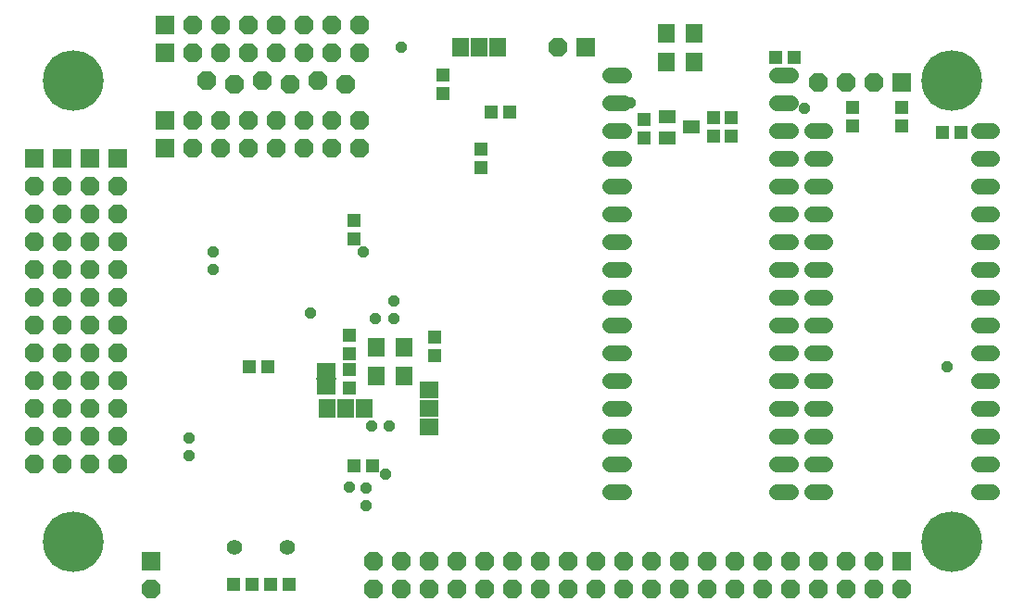
<source format=gbs>
G75*
%MOIN*%
%OFA0B0*%
%FSLAX24Y24*%
%IPPOS*%
%LPD*%
%AMOC8*
5,1,8,0,0,1.08239X$1,22.5*
%
%ADD10C,0.2180*%
%ADD11C,0.0560*%
%ADD12R,0.0680X0.0680*%
%ADD13OC8,0.0680*%
%ADD14R,0.0608X0.0671*%
%ADD15C,0.0560*%
%ADD16R,0.0513X0.0474*%
%ADD17OC8,0.0417*%
%ADD18R,0.0671X0.0592*%
%ADD19R,0.0474X0.0513*%
%ADD20R,0.0631X0.0474*%
%ADD21R,0.0592X0.0671*%
%ADD22R,0.0710X0.0540*%
%ADD23R,0.0720X0.0060*%
D10*
X002697Y003572D03*
X002697Y020178D03*
X034303Y020178D03*
X034303Y003572D03*
D11*
X035260Y005375D02*
X035740Y005375D01*
X035740Y006375D02*
X035260Y006375D01*
X035260Y007375D02*
X035740Y007375D01*
X035740Y008375D02*
X035260Y008375D01*
X035260Y009375D02*
X035740Y009375D01*
X035740Y010375D02*
X035260Y010375D01*
X035260Y011375D02*
X035740Y011375D01*
X035740Y012375D02*
X035260Y012375D01*
X035260Y013375D02*
X035740Y013375D01*
X035740Y014375D02*
X035260Y014375D01*
X035260Y015375D02*
X035740Y015375D01*
X035740Y016375D02*
X035260Y016375D01*
X035260Y017375D02*
X035740Y017375D01*
X035740Y018375D02*
X035260Y018375D01*
X029740Y018375D02*
X029260Y018375D01*
X028490Y018375D02*
X028010Y018375D01*
X028010Y019375D02*
X028490Y019375D01*
X028490Y020375D02*
X028010Y020375D01*
X028010Y017375D02*
X028490Y017375D01*
X029260Y017375D02*
X029740Y017375D01*
X029740Y016375D02*
X029260Y016375D01*
X028490Y016375D02*
X028010Y016375D01*
X028010Y015375D02*
X028490Y015375D01*
X029260Y015375D02*
X029740Y015375D01*
X029740Y014375D02*
X029260Y014375D01*
X028490Y014375D02*
X028010Y014375D01*
X028010Y013375D02*
X028490Y013375D01*
X029260Y013375D02*
X029740Y013375D01*
X029740Y012375D02*
X029260Y012375D01*
X028490Y012375D02*
X028010Y012375D01*
X028010Y011375D02*
X028490Y011375D01*
X029260Y011375D02*
X029740Y011375D01*
X029740Y010375D02*
X029260Y010375D01*
X028490Y010375D02*
X028010Y010375D01*
X028010Y009375D02*
X028490Y009375D01*
X029260Y009375D02*
X029740Y009375D01*
X029740Y008375D02*
X029260Y008375D01*
X028490Y008375D02*
X028010Y008375D01*
X028010Y007375D02*
X028490Y007375D01*
X029260Y007375D02*
X029740Y007375D01*
X029740Y006375D02*
X029260Y006375D01*
X028490Y006375D02*
X028010Y006375D01*
X028010Y005375D02*
X028490Y005375D01*
X029260Y005375D02*
X029740Y005375D01*
X022490Y005375D02*
X022010Y005375D01*
X022010Y006375D02*
X022490Y006375D01*
X022490Y007375D02*
X022010Y007375D01*
X022010Y008375D02*
X022490Y008375D01*
X022490Y009375D02*
X022010Y009375D01*
X022010Y010375D02*
X022490Y010375D01*
X022490Y011375D02*
X022010Y011375D01*
X022010Y012375D02*
X022490Y012375D01*
X022490Y013375D02*
X022010Y013375D01*
X022010Y014375D02*
X022490Y014375D01*
X022490Y015375D02*
X022010Y015375D01*
X022010Y016375D02*
X022490Y016375D01*
X022490Y017375D02*
X022010Y017375D01*
X022010Y018375D02*
X022490Y018375D01*
X022490Y019375D02*
X022010Y019375D01*
X022010Y020375D02*
X022490Y020375D01*
D12*
X021125Y021375D03*
X032500Y020125D03*
X006000Y021188D03*
X006000Y022188D03*
X006000Y018750D03*
X006000Y017750D03*
X004313Y017375D03*
X003313Y017375D03*
X002313Y017375D03*
X001313Y017375D03*
X005500Y002875D03*
X032500Y002875D03*
D13*
X005500Y001875D03*
X004313Y006375D03*
X003313Y006375D03*
X002313Y006375D03*
X001313Y006375D03*
X001313Y007375D03*
X002313Y007375D03*
X003313Y007375D03*
X004313Y007375D03*
X004313Y008375D03*
X003313Y008375D03*
X002313Y008375D03*
X001313Y008375D03*
X001313Y009375D03*
X002313Y009375D03*
X003313Y009375D03*
X004313Y009375D03*
X004313Y010375D03*
X003313Y010375D03*
X002313Y010375D03*
X001313Y010375D03*
X001313Y011375D03*
X002313Y011375D03*
X003313Y011375D03*
X004313Y011375D03*
X004313Y012375D03*
X003313Y012375D03*
X002313Y012375D03*
X001313Y012375D03*
X001313Y013375D03*
X002313Y013375D03*
X003313Y013375D03*
X004313Y013375D03*
X004313Y014375D03*
X003313Y014375D03*
X002313Y014375D03*
X001313Y014375D03*
X001313Y015375D03*
X002313Y015375D03*
X003313Y015375D03*
X004313Y015375D03*
X004313Y016375D03*
X003313Y016375D03*
X002313Y016375D03*
X001313Y016375D03*
X007000Y017750D03*
X008000Y017750D03*
X009000Y017750D03*
X010000Y017750D03*
X011000Y017750D03*
X012000Y017750D03*
X013000Y017750D03*
X013000Y018750D03*
X012000Y018750D03*
X011000Y018750D03*
X010000Y018750D03*
X009000Y018750D03*
X008000Y018750D03*
X007000Y018750D03*
X007500Y020188D03*
X008500Y020063D03*
X009500Y020188D03*
X010500Y020063D03*
X011500Y020188D03*
X012500Y020063D03*
X012000Y021188D03*
X011000Y021188D03*
X010000Y021188D03*
X009000Y021188D03*
X008000Y021188D03*
X007000Y021188D03*
X007000Y022188D03*
X008000Y022188D03*
X009000Y022188D03*
X010000Y022188D03*
X011000Y022188D03*
X012000Y022188D03*
X013000Y022188D03*
X013000Y021188D03*
X020125Y021375D03*
X029500Y020125D03*
X030500Y020125D03*
X031500Y020125D03*
X031500Y002875D03*
X030500Y002875D03*
X029500Y002875D03*
X028500Y002875D03*
X027500Y002875D03*
X026500Y002875D03*
X025500Y002875D03*
X024500Y002875D03*
X023500Y002875D03*
X022500Y002875D03*
X021500Y002875D03*
X020500Y002875D03*
X019500Y002875D03*
X018500Y002875D03*
X017500Y002875D03*
X016500Y002875D03*
X015500Y002875D03*
X014500Y002875D03*
X013500Y002875D03*
X013500Y001875D03*
X014500Y001875D03*
X015500Y001875D03*
X016500Y001875D03*
X017500Y001875D03*
X018500Y001875D03*
X019500Y001875D03*
X020500Y001875D03*
X021500Y001875D03*
X022500Y001875D03*
X023500Y001875D03*
X024500Y001875D03*
X025500Y001875D03*
X026500Y001875D03*
X027500Y001875D03*
X028500Y001875D03*
X029500Y001875D03*
X030500Y001875D03*
X031500Y001875D03*
X032500Y001875D03*
D14*
X014603Y009546D03*
X013603Y009546D03*
X013603Y010589D03*
X014603Y010589D03*
X024022Y020848D03*
X025022Y020848D03*
X025022Y021892D03*
X024022Y021892D03*
D15*
X010388Y003375D03*
X008488Y003375D03*
D16*
X008478Y002063D03*
X009147Y002063D03*
X009790Y002063D03*
X010460Y002063D03*
X012625Y009103D03*
X012625Y009772D03*
X012625Y010353D03*
X012625Y011022D03*
X009710Y009875D03*
X009040Y009875D03*
X012813Y014478D03*
X012813Y015147D03*
X017728Y019063D03*
X018397Y019063D03*
X023250Y018772D03*
X023250Y018103D03*
X026375Y018165D03*
X026375Y018835D03*
X027978Y021000D03*
X028647Y021000D03*
X030750Y019210D03*
X030750Y018540D03*
X032500Y018540D03*
X032500Y019210D03*
X033978Y018313D03*
X034647Y018313D03*
D17*
X029000Y019188D03*
X022750Y019375D03*
X014500Y021375D03*
X013125Y014000D03*
X014250Y012250D03*
X014250Y011625D03*
X013563Y011625D03*
X011250Y011813D03*
X007750Y013375D03*
X007750Y014000D03*
X013438Y007750D03*
X014063Y007750D03*
X013938Y006000D03*
X013250Y005500D03*
X012625Y005563D03*
X013250Y004875D03*
X006875Y006688D03*
X006875Y007313D03*
X034125Y009875D03*
D18*
X015500Y009044D03*
X015500Y008375D03*
X015500Y007706D03*
D19*
X013460Y006313D03*
X012790Y006313D03*
X015688Y010290D03*
X015688Y010960D03*
X017375Y017040D03*
X017375Y017710D03*
X016000Y019728D03*
X016000Y020397D03*
X025750Y018835D03*
X025750Y018165D03*
D20*
X024933Y018500D03*
X024067Y018126D03*
X024067Y018874D03*
D21*
X017982Y021375D03*
X017313Y021375D03*
X016643Y021375D03*
X013169Y008375D03*
X012500Y008375D03*
X011831Y008375D03*
D22*
X011813Y009138D03*
X011813Y009738D03*
D23*
X011813Y009438D03*
M02*

</source>
